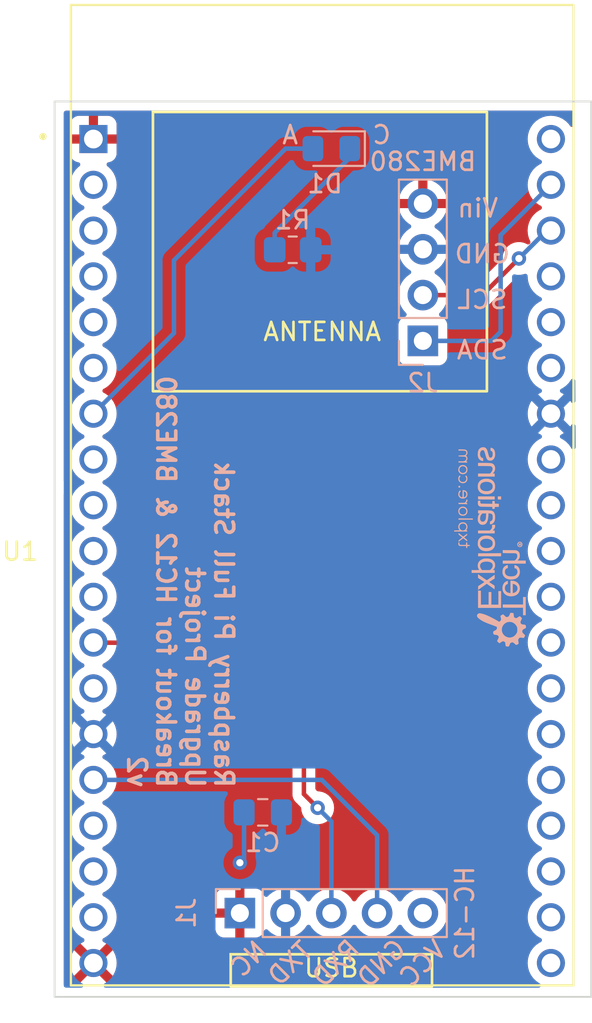
<source format=kicad_pcb>
(kicad_pcb (version 20211014) (generator pcbnew)
  (layers (0 "F.Cu" signal) (31 "B.Cu" signal) (34 "B.Paste" user) (35 "F.Paste" user) (36 "B.SilkS" user "B.Silkscreen") (37 "F.SilkS" user "F.Silkscreen") (38 "B.Mask" user) (39 "F.Mask" user) (44 "Edge.Cuts" user))
  (net 0 "")
  (net 1 "/GND")
  (net 2 "Net-(D1-Pad1)")
  (net 3 "Net-(D1-Pad2)")
  (net 4 "/VCC")
  (net 5 "/RXD")
  (net 6 "/TXD")
  (net 8 "/SDA")
  (net 9 "/SCL")
  (net 10 "/Vin")
  (footprint "ESP32-DEVKITC-32UE:ESPRESSIF_ESP32-DEVKITC-32UE" (layer "F.Cu") (at 145.5394 101.8304)
    (fp_text reference "U1" (at -16.7614 0.0236) (layer "F.SilkS"))
    (fp_text value "ESP32-DEVKITC-32")
    (pad "1" thru_hole rect locked (at -12.7 -22.86) (size 1.56 1.56) (drill 1.04) (layers *.Cu *.Mask) (net 10 "/Vin"))
    (pad "2" thru_hole circle locked (at -12.7 -20.32) (size 1.56 1.56) (drill 1.04) (layers *.Cu *.Mask))
    (pad "3" thru_hole circle locked (at -12.7 -17.78) (size 1.56 1.56) (drill 1.04) (layers *.Cu *.Mask))
    (pad "4" thru_hole circle locked (at -12.7 -15.24) (size 1.56 1.56) (drill 1.04) (layers *.Cu *.Mask))
    (pad "5" thru_hole circle locked (at -12.7 -12.7) (size 1.56 1.56) (drill 1.04) (layers *.Cu *.Mask))
    (pad "6" thru_hole circle locked (at -12.7 -10.16) (size 1.56 1.56) (drill 1.04) (layers *.Cu *.Mask))
    (pad "7" thru_hole circle locked (at -12.7 -7.62) (size 1.56 1.56) (drill 1.04) (layers *.Cu *.Mask) (net 3 "Net-(D1-Pad2)"))
    (pad "8" thru_hole circle locked (at -12.7 -5.08) (size 1.56 1.56) (drill 1.04) (layers *.Cu *.Mask))
    (pad "9" thru_hole circle locked (at -12.7 -2.54) (size 1.56 1.56) (drill 1.04) (layers *.Cu *.Mask))
    (pad "10" thru_hole circle locked (at -12.7 0) (size 1.56 1.56) (drill 1.04) (layers *.Cu *.Mask))
    (pad "11" thru_hole circle locked (at -12.7 2.54) (size 1.56 1.56) (drill 1.04) (layers *.Cu *.Mask))
    (pad "12" thru_hole circle locked (at -12.7 5.08) (size 1.56 1.56) (drill 1.04) (layers *.Cu *.Mask) (net 5 "/RXD"))
    (pad "13" thru_hole circle locked (at -12.7 7.62) (size 1.56 1.56) (drill 1.04) (layers *.Cu *.Mask))
    (pad "14" thru_hole circle locked (at -12.7 10.16) (size 1.56 1.56) (drill 1.04) (layers *.Cu *.Mask) (net 1 "/GND"))
    (pad "15" thru_hole circle locked (at -12.7 12.7) (size 1.56 1.56) (drill 1.04) (layers *.Cu *.Mask) (net 6 "/TXD"))
    (pad "16" thru_hole circle locked (at -12.7 15.24) (size 1.56 1.56) (drill 1.04) (layers *.Cu *.Mask))
    (pad "17" thru_hole circle locked (at -12.7 17.78) (size 1.56 1.56) (drill 1.04) (layers *.Cu *.Mask))
    (pad "18" thru_hole circle locked (at -12.7 20.32) (size 1.56 1.56) (drill 1.04) (layers *.Cu *.Mask))
    (pad "19" thru_hole circle locked (at -12.7 22.86) (size 1.56 1.56) (drill 1.04) (layers *.Cu *.Mask) (net 4 "/VCC"))
    (pad "20" thru_hole circle locked (at 12.7 -22.86) (size 1.56 1.56) (drill 1.04) (layers *.Cu *.Mask))
    (pad "21" thru_hole circle locked (at 12.7 -20.32) (size 1.56 1.56) (drill 1.04) (layers *.Cu *.Mask) (net 8 "/SDA"))
    (pad "22" thru_hole circle locked (at 12.7 -17.78) (size 1.56 1.56) (drill 1.04) (layers *.Cu *.Mask) (net 9 "/SCL"))
    (pad "23" thru_hole circle locked (at 12.7 -15.24) (size 1.56 1.56) (drill 1.04) (layers *.Cu *.Mask))
    (pad "24" thru_hole circle locked (at 12.7 -12.7) (size 1.56 1.56) (drill 1.04) (layers *.Cu *.Mask))
    (pad "25" thru_hole circle locked (at 12.7 -10.16) (size 1.56 1.56) (drill 1.04) (layers *.Cu *.Mask))
    (pad "26" thru_hole circle locked (at 12.7 -7.62) (size 1.56 1.56) (drill 1.04) (layers *.Cu *.Mask) (net 1 "/GND"))
    (pad "27" thru_hole circle locked (at 12.7 -5.08) (size 1.56 1.56) (drill 1.04) (layers *.Cu *.Mask))
    (pad "28" thru_hole circle locked (at 12.7 -2.54) (size 1.56 1.56) (drill 1.04) (layers *.Cu *.Mask))
    (pad "29" thru_hole circle locked (at 12.7 0) (size 1.56 1.56) (drill 1.04) (layers *.Cu *.Mask))
    (pad "30" thru_hole circle locked (at 12.7 2.54) (size 1.56 1.56) (drill 1.04) (layers *.Cu *.Mask))
    (pad "31" thru_hole circle locked (at 12.7 5.08) (size 1.56 1.56) (drill 1.04) (layers *.Cu *.Mask))
    (pad "32" thru_hole circle locked (at 12.7 7.62) (size 1.56 1.56) (drill 1.04) (layers *.Cu *.Mask))
    (pad "33" thru_hole circle locked (at 12.7 10.16) (size 1.56 1.56) (drill 1.04) (layers *.Cu *.Mask))
    (pad "34" thru_hole circle locked (at 12.7 12.7) (size 1.56 1.56) (drill 1.04) (layers *.Cu *.Mask))
    (pad "35" thru_hole circle locked (at 12.7 15.24) (size 1.56 1.56) (drill 1.04) (layers *.Cu *.Mask))
    (pad "36" thru_hole circle locked (at 12.7 17.78) (size 1.56 1.56) (drill 1.04) (layers *.Cu *.Mask))
    (pad "37" thru_hole circle locked (at 12.7 20.32) (size 1.56 1.56) (drill 1.04) (layers *.Cu *.Mask))
    (pad "38" thru_hole circle locked (at 12.7 22.86) (size 1.56 1.56) (drill 1.04) (layers *.Cu *.Mask))
  )
  (footprint "Capacitor_SMD:C_0805_2012Metric_Pad1.18x1.45mm_HandSolder" (layer "B.Cu") (at 142.24 116.332)
    (fp_text reference "C1" (at 0 1.68) (layer "B.SilkS") (effects (justify mirror)))
    (fp_text value "C_Polarized")
    (pad "1" smd roundrect (at -1.0375 0) (size 1.175 1.45) (layers "B.Cu" "B.Paste" "B.Mask") (roundrect_rratio 0.2127659574) (net 4 "/VCC"))
    (pad "2" smd roundrect (at 1.0375 0) (size 1.175 1.45) (layers "B.Cu" "B.Paste" "B.Mask") (roundrect_rratio 0.2127659574) (net 1 "/GND"))
  )
  (footprint "Connector_PinHeader_2.54mm:PinHeader_1x04_P2.54mm_Vertical" (layer "B.Cu") (at 151.13 90.17)
    (fp_text reference "J2" (at 0 2.33) (layer "B.SilkS") (effects (justify mirror)))
    (fp_text value "BME280" (at 0 -9.95) (layer "B.SilkS") (effects (justify mirror)))
    (pad "1" thru_hole rect (at 0 0) (size 1.7 1.7) (drill 1) (layers *.Cu *.Mask) (net 8 "/SDA"))
    (pad "2" thru_hole oval (at 0 -2.54) (size 1.7 1.7) (drill 1) (layers *.Cu *.Mask) (net 9 "/SCL"))
    (pad "3" thru_hole oval (at 0 -5.08) (size 1.7 1.7) (drill 1) (layers *.Cu *.Mask) (net 1 "/GND"))
    (pad "4" thru_hole oval (at 0 -7.62) (size 1.7 1.7) (drill 1) (layers *.Cu *.Mask) (net 10 "/Vin"))
  )
  (footprint "Logo:TE_Logo_11.6x4" (layer "B.Cu") (at 154.94 101.6 90)
    (fp_text reference "G***" hide)
    (fp_text value "LOGO" hide)
  )
  (footprint "Connector_PinHeader_2.54mm:PinHeader_1x05_P2.54mm_Vertical" (layer "B.Cu") (at 140.97 121.92 -90)
    (fp_text reference "J1" (at 0 2.9718 90) (layer "B.SilkS") (effects (justify mirror)))
    (fp_text value "HC-12" (at 0 -12.49 90) (layer "B.SilkS") (effects (justify mirror)))
    (pad "1" thru_hole rect (at 0 0 270) (size 1.7 1.7) (drill 1) (layers *.Cu *.Mask) (net 4 "/VCC"))
    (pad "2" thru_hole oval (at 0 -2.54 270) (size 1.7 1.7) (drill 1) (layers *.Cu *.Mask) (net 1 "/GND"))
    (pad "3" thru_hole oval (at 0 -5.08 270) (size 1.7 1.7) (drill 1) (layers *.Cu *.Mask) (net 5 "/RXD"))
    (pad "4" thru_hole oval (at 0 -7.62 270) (size 1.7 1.7) (drill 1) (layers *.Cu *.Mask) (net 6 "/TXD"))
    (pad "5" thru_hole oval (at 0 -10.16 270) (size 1.7 1.7) (drill 1) (layers *.Cu *.Mask))
  )
  (footprint "LED_SMD:LED_0805_2012Metric_Pad1.15x1.40mm_HandSolder" (layer "B.Cu") (at 146.05 79.502 180)
    (fp_text reference "D1" (at 0.3556 -1.9558) (layer "B.SilkS") (effects (justify mirror)))
    (fp_text value "LED")
    (pad "1" smd roundrect (at -1.025 0 180) (size 1.15 1.4) (layers "B.Cu" "B.Paste" "B.Mask") (roundrect_rratio 0.2173913043) (net 2 "Net-(D1-Pad1)"))
    (pad "2" smd roundrect (at 1.025 0 180) (size 1.15 1.4) (layers "B.Cu" "B.Paste" "B.Mask") (roundrect_rratio 0.2173913043) (net 3 "Net-(D1-Pad2)"))
  )
  (footprint "Resistor_SMD:R_0805_2012Metric_Pad1.20x1.40mm_HandSolder" (layer "B.Cu") (at 143.9037 85.1154 180)
    (fp_text reference "R1" (at 0 1.65) (layer "B.SilkS") (effects (justify mirror)))
    (fp_text value "R")
    (pad "1" smd roundrect (at -1 0 180) (size 1.2 1.4) (layers "B.Cu" "B.Paste" "B.Mask") (roundrect_rratio 0.2083333333) (net 1 "/GND"))
    (pad "2" smd roundrect (at 1 0 180) (size 1.2 1.4) (layers "B.Cu" "B.Paste" "B.Mask") (roundrect_rratio 0.2083333333) (net 2 "Net-(D1-Pad1)"))
  )
  (gr_rect (start 136.144 77.47) (end 154.686 92.964) (layer "F.SilkS") (width 0.15) (fill none))
  (gr_rect (start 140.462 124.206) (end 151.638 125.984) (layer "F.SilkS") (width 0.15) (fill none))
  (gr_rect (start 130.683 76.8858) (end 160.4772 126.5682) (layer "Edge.Cuts") (width 0.1) (fill none))
  (gr_text "C" (at 148.844 78.74) (layer "B.SilkS") (effects (font (size 1 1)) (justify mirror)))
  (gr_text "SCL" (at 154.432 87.884) (layer "B.SilkS") (effects (font (size 1 1)) (justify mirror)))
  (gr_text "A" (at 143.764 78.74) (layer "B.SilkS") (effects (font (size 1 1)) (justify mirror)))
  (gr_text "VCC" (at 151.13 124.714 45) (layer "B.SilkS") (effects (font (size 1 1)) (justify mirror)))
  (gr_text "Raspberry Pi Full Stack\nUpgrade Project\nBreakout for HC12 & BME280\nv2" (at 137.668 115.062 270) (layer "B.SilkS") (effects (font (size 1 1) (thickness 0.2)) (justify left mirror)))
  (gr_text "NC" (at 141.478 124.46 45) (layer "B.SilkS") (effects (font (size 1 1)) (justify mirror)))
  (gr_text "Vin" (at 154.178 82.804) (layer "B.SilkS") (effects (font (size 1 1)) (justify mirror)))
  (gr_text "RXD" (at 146.304 124.714 45) (layer "B.SilkS") (effects (font (size 1 1)) (justify mirror)))
  (gr_text "TXD" (at 143.764 124.714 45) (layer "B.SilkS") (effects (font (size 1 1)) (justify mirror)))
  (gr_text "SDA" (at 154.432 90.678) (layer "B.SilkS") (effects (font (size 1 1)) (justify mirror)))
  (gr_text "GND" (at 154.432 85.344) (layer "B.SilkS") (effects (font (size 1 1)) (justify mirror)))
  (gr_text "GND" (at 148.844 124.714 45) (layer "B.SilkS") (effects (font (size 1 1)) (justify mirror)))
  (gr_text "ANTENNA" (at 145.542 89.662) (layer "F.SilkS") (effects (font (size 1 1))))
  (gr_text "USB" (at 146.05 124.968) (layer "F.SilkS") (effects (font (size 1 1))))
  (segment (start 144.9037 85.1154) (end 145.034 85.2457) (width 0.25) (layer "B.Cu") (net 1))
  (segment (start 147.075 80.001) (end 142.9037 84.1723) (width 0.25) (layer "B.Cu") (net 2))
  (segment (start 142.9037 84.1723) (end 142.9037 85.1154) (width 0.25) (layer "B.Cu") (net 2))
  (segment (start 147.075 79.502) (end 147.075 80.001) (width 0.25) (layer "B.Cu") (net 2))
  (segment (start 137.3124 85.6996) (end 143.51 79.502) (width 0.25) (layer "B.Cu") (net 3))
  (segment (start 143.51 79.502) (end 145.025 79.502) (width 0.25) (layer "B.Cu") (net 3))
  (segment (start 137.3124 89.7374) (end 137.3124 85.6996) (width 0.25) (layer "B.Cu") (net 3))
  (segment (start 132.8394 94.2104) (end 137.3124 89.7374) (width 0.25) (layer "B.Cu") (net 3))
  (segment (start 140.97 119.126) (end 140.97 121.92) (width 0.25) (layer "F.Cu") (net 4))
  (via (at 140.97 119.126) (size 0.8) (drill 0.4) (layers "F.Cu" "B.Cu") (net 4))
  (segment (start 141.2025 116.332) (end 141.2025 118.8935) (width 0.25) (layer "B.Cu") (net 4))
  (segment (start 141.2025 118.8935) (end 140.97 119.126) (width 0.25) (layer "B.Cu") (net 4))
  (segment (start 135.636 106.931353) (end 132.8394 106.9104) (width 0.25) (layer "F.Cu") (net 5))
  (segment (start 144.526 113.538) (end 135.636 106.931353) (width 0.25) (layer "F.Cu") (net 5))
  (segment (start 145.288 116.078) (end 144.526 115.316) (width 0.25) (layer "F.Cu") (net 5))
  (segment (start 144.526 115.316) (end 144.526 113.538) (width 0.25) (layer "F.Cu") (net 5))
  (via (at 145.288 116.078) (size 0.8) (drill 0.4) (layers "F.Cu" "B.Cu") (net 5))
  (segment (start 146.05 121.92) (end 146.05 116.84) (width 0.25) (layer "B.Cu") (net 5))
  (segment (start 146.05 116.84) (end 145.288 116.078) (width 0.25) (layer "B.Cu") (net 5))
  (segment (start 145.5184 114.5304) (end 148.59 117.602) (width 0.25) (layer "B.Cu") (net 6))
  (segment (start 132.8394 114.5304) (end 145.5184 114.5304) (width 0.25) (layer "B.Cu") (net 6))
  (segment (start 148.59 117.602) (end 148.59 121.92) (width 0.25) (layer "B.Cu") (net 6))
  (segment (start 155.448 89.662) (end 154.94 90.17) (width 0.25) (layer "B.Cu") (net 8))
  (segment (start 158.2394 81.5104) (end 155.448 84.3018) (width 0.25) (layer "B.Cu") (net 8))
  (segment (start 154.94 90.17) (end 151.13 90.17) (width 0.25) (layer "B.Cu") (net 8))
  (segment (start 155.448 84.3018) (end 155.448 89.662) (width 0.25) (layer "B.Cu") (net 8))
  (segment (start 154.432 87.63) (end 151.13 87.63) (width 0.25) (layer "F.Cu") (net 9))
  (segment (start 156.464 85.598) (end 154.432 87.63) (width 0.25) (layer "F.Cu") (net 9))
  (via (at 156.464 85.598) (size 0.8) (drill 0.4) (layers "F.Cu" "B.Cu") (net 9))
  (segment (start 158.2394 84.0504) (end 158.0116 84.0504) (width 0.25) (layer "B.Cu") (net 9))
  (segment (start 158.0116 84.0504) (end 156.464 85.598) (width 0.25) (layer "B.Cu") (net 9))
  (zone (net 4) (net_name "/VCC") (layer "F.Cu") (connect_pads (clearance 0.508)) (min_thickness 0.254) (fill yes (thermal_gap 0.508) (thermal_bridge_width 0.508))
    (polygon (pts (xy 160.02 125.984) (xy 131.064 125.984) (xy 131.064 98.552) (xy 160.02 98.552)))
  )
  (zone (net 10) (net_name "/Vin") (layer "F.Cu") (connect_pads (clearance 0.508)) (min_thickness 0.254) (fill yes (thermal_gap 0.508) (thermal_bridge_width 0.508))
    (polygon (pts (xy 160.02 98.044) (xy 131.064 98.044) (xy 131.064 77.216) (xy 159.512 77.216)))
  )
  (zone (net 1) (net_name "/GND") (layer "B.Cu") (connect_pads (clearance 0.508)) (min_thickness 0.254) (fill yes (thermal_gap 0.508) (thermal_bridge_width 0.508))
    (polygon (pts (xy 159.766 126.492) (xy 131.064 126.492) (xy 131.064 76.962) (xy 159.512 76.962)))
  )
)
</source>
